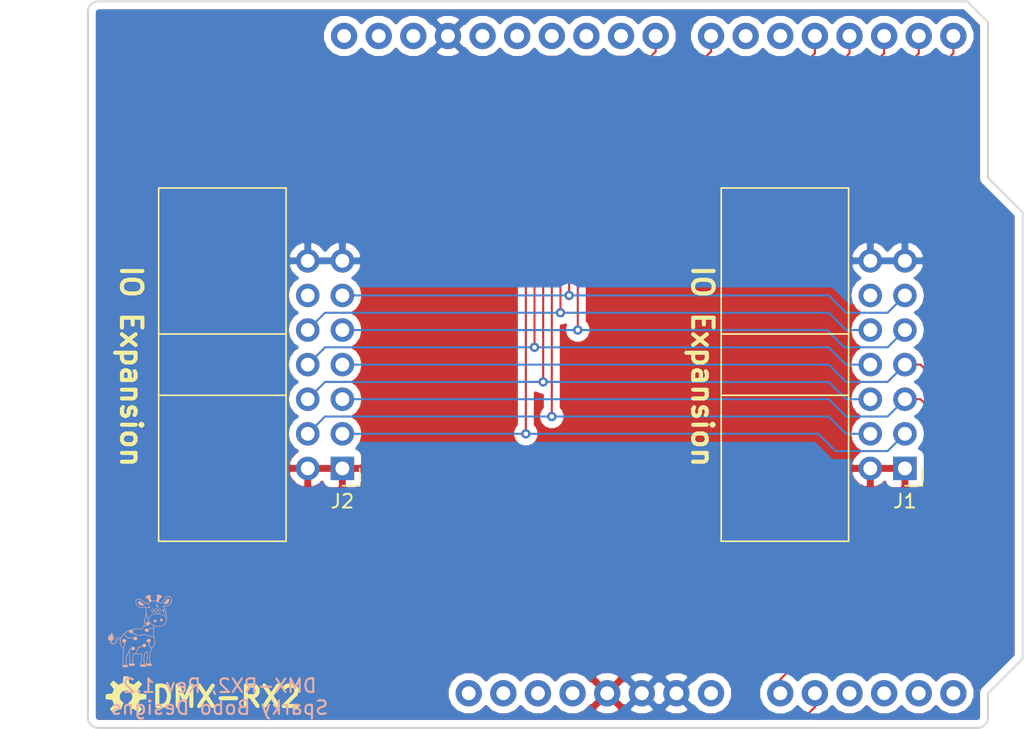
<source format=kicad_pcb>
(kicad_pcb (version 20171130) (host pcbnew "(5.1.12)-1")
  (title_block (title "DMX Demonstrator - Receiver IO Module (DMX-RX2)") (date 2023-10-28) (rev 1.2) (company "Sparky Bobo Designs") (comment 2 "Designed by: SparkyBobo") (comment 3 https://creativecommons.org/licenses/by-sa/4.0/) (comment 4 "Released under the Creative Commons Attribution Share-Alike 4.0 License"))
  (layers (0 F.Cu signal) (31 B.Cu signal) (34 B.Paste user) (35 F.Paste user) (36 B.SilkS user) (37 F.SilkS user) (38 B.Mask user) (39 F.Mask user) (44 Edge.Cuts user))
  (net 0 "")
  (net 1 +5V)
  (net 2 GND)
  (net 3 "Net-(A1-Pad32)")
  (net 4 "Net-(A1-Pad31)")
  (net 5 "Net-(A1-Pad1)")
  (net 6 "Net-(A1-Pad2)")
  (net 7 "Net-(A1-Pad3)")
  (net 8 "Net-(A1-Pad4)")
  (net 9 "Net-(A1-Pad8)")
  (net 10 "Net-(A1-Pad30)")
  (net 11 /~WR)
  (net 12 "Net-(A1-Pad11)")
  (net 13 "Net-(A1-Pad12)")
  (net 14 "Net-(A1-Pad13)")
  (net 15 "Net-(A1-Pad14)")
  (net 16 /DMX-RX)
  (net 17 /DMX-TX)
  (net 18 /DMX-DIR)
  (net 19 /SR-OUT)
  (net 20 /SR-CLK)
  (net 21 "Net-(A1-Pad20)")
  (net 22 "Net-(A1-Pad21)")
  (net 23 /A0)
  (net 24 /A1)
  (net 25 "Net-(A1-Pad24)")
  (net 26 "Net-(A1-Pad25)")
  (net 27 "Net-(A1-Pad26)")
  (net 28 "Net-(A1-Pad27)")
  (net 29 /~SR_CLR)
  (net 30 "Net-(A1-Pad28)")
  (net 31 "Net-(J1-Pad12)")
  (net 32 "Net-(J2-Pad12)")
  (module Connector_IDC:IDC-Header_2x07_P2.54mm_Horizontal (layer F.Cu) (at 176.276 97.536 180)
    (fp_text reference J1 (at 0 -2.413 180) (layer F.SilkS))
    (fp_text value "IO EXTENSION")
    (pad 1 thru_hole rect (at 0 0 180) (size 1.7272 1.7272) (drill 1.016) (layers *.Cu *.Mask) (net 1 +5V))
    (pad 2 thru_hole oval (at 2.54 0 180) (size 1.7272 1.7272) (drill 1.016) (layers *.Cu *.Mask) (net 1 +5V))
    (pad 3 thru_hole oval (at 0 2.54 180) (size 1.7272 1.7272) (drill 1.016) (layers *.Cu *.Mask) (net 11 /~WR))
    (pad 4 thru_hole oval (at 2.54 2.54 180) (size 1.7272 1.7272) (drill 1.016) (layers *.Cu *.Mask) (net 19 /SR-OUT))
    (pad 5 thru_hole oval (at 0 5.08 180) (size 1.7272 1.7272) (drill 1.016) (layers *.Cu *.Mask) (net 24 /A1))
    (pad 6 thru_hole oval (at 2.54 5.08 180) (size 1.7272 1.7272) (drill 1.016) (layers *.Cu *.Mask) (net 20 /SR-CLK))
    (pad 7 thru_hole oval (at 0 7.62 180) (size 1.7272 1.7272) (drill 1.016) (layers *.Cu *.Mask) (net 23 /A0))
    (pad 8 thru_hole oval (at 2.54 7.62 180) (size 1.7272 1.7272) (drill 1.016) (layers *.Cu *.Mask) (net 29 /~SR_CLR))
    (pad 9 thru_hole oval (at 0 10.16 180) (size 1.7272 1.7272) (drill 1.016) (layers *.Cu *.Mask) (net 16 /DMX-RX))
    (pad 10 thru_hole oval (at 2.54 10.16 180) (size 1.7272 1.7272) (drill 1.016) (layers *.Cu *.Mask) (net 18 /DMX-DIR))
    (pad 11 thru_hole oval (at 0 12.7 180) (size 1.7272 1.7272) (drill 1.016) (layers *.Cu *.Mask) (net 17 /DMX-TX))
    (pad 12 thru_hole oval (at 2.54 12.7 180) (size 1.7272 1.7272) (drill 1.016) (layers *.Cu *.Mask) (net 31 "Net-(J1-Pad12)"))
    (pad 13 thru_hole oval (at 0 15.24 180) (size 1.7272 1.7272) (drill 1.016) (layers *.Cu *.Mask) (net 2 GND))
    (pad 14 thru_hole oval (at 2.54 15.24 180) (size 1.7272 1.7272) (drill 1.016) (layers *.Cu *.Mask) (net 2 GND))
  )
  (module Connector_IDC:IDC-Header_2x07_P2.54mm_Horizontal (layer F.Cu) (at 135.001 97.536 180)
    (fp_text reference J2 (at 0 -2.413 180) (layer F.SilkS))
    (fp_text value "IO EXTENSION")
    (pad 14 thru_hole oval (at 2.54 15.24 180) (size 1.7272 1.7272) (drill 1.016) (layers *.Cu *.Mask) (net 2 GND))
    (pad 13 thru_hole oval (at 0 15.24 180) (size 1.7272 1.7272) (drill 1.016) (layers *.Cu *.Mask) (net 2 GND))
    (pad 12 thru_hole oval (at 2.54 12.7 180) (size 1.7272 1.7272) (drill 1.016) (layers *.Cu *.Mask) (net 32 "Net-(J2-Pad12)"))
    (pad 11 thru_hole oval (at 0 12.7 180) (size 1.7272 1.7272) (drill 1.016) (layers *.Cu *.Mask) (net 17 /DMX-TX))
    (pad 10 thru_hole oval (at 2.54 10.16 180) (size 1.7272 1.7272) (drill 1.016) (layers *.Cu *.Mask) (net 18 /DMX-DIR))
    (pad 9 thru_hole oval (at 0 10.16 180) (size 1.7272 1.7272) (drill 1.016) (layers *.Cu *.Mask) (net 16 /DMX-RX))
    (pad 8 thru_hole oval (at 2.54 7.62 180) (size 1.7272 1.7272) (drill 1.016) (layers *.Cu *.Mask) (net 29 /~SR_CLR))
    (pad 7 thru_hole oval (at 0 7.62 180) (size 1.7272 1.7272) (drill 1.016) (layers *.Cu *.Mask) (net 23 /A0))
    (pad 6 thru_hole oval (at 2.54 5.08 180) (size 1.7272 1.7272) (drill 1.016) (layers *.Cu *.Mask) (net 20 /SR-CLK))
    (pad 5 thru_hole oval (at 0 5.08 180) (size 1.7272 1.7272) (drill 1.016) (layers *.Cu *.Mask) (net 24 /A1))
    (pad 4 thru_hole oval (at 2.54 2.54 180) (size 1.7272 1.7272) (drill 1.016) (layers *.Cu *.Mask) (net 19 /SR-OUT))
    (pad 3 thru_hole oval (at 0 2.54 180) (size 1.7272 1.7272) (drill 1.016) (layers *.Cu *.Mask) (net 11 /~WR))
    (pad 2 thru_hole oval (at 2.54 0 180) (size 1.7272 1.7272) (drill 1.016) (layers *.Cu *.Mask) (net 1 +5V))
    (pad 1 thru_hole rect (at 0 0 180) (size 1.7272 1.7272) (drill 1.016) (layers *.Cu *.Mask) (net 1 +5V))
  )
  (module footprints:ARDUINO_R3_NO_HOLES (layer F.Cu) (at 150.622 89.916)
    (fp_text reference A1 hide)
    (fp_text value Arduino_UNO_R3 hide)
    (pad 4 thru_hole circle (at 1.27 24.13) (size 1.9304 1.9304) (drill 1.016) (layers *.Cu *.Mask) (net 8 "Net-(A1-Pad4)"))
    (pad 5 thru_hole circle (at 3.81 24.13) (size 1.9304 1.9304) (drill 1.016) (layers *.Cu *.Mask) (net 1 +5V))
    (pad 9 thru_hole circle (at 16.51 24.13) (size 1.9304 1.9304) (drill 1.016) (layers *.Cu *.Mask) (net 23 /A0))
    (pad 10 thru_hole circle (at 19.05 24.13) (size 1.9304 1.9304) (drill 1.016) (layers *.Cu *.Mask) (net 24 /A1))
    (pad 11 thru_hole circle (at 21.59 24.13) (size 1.9304 1.9304) (drill 1.016) (layers *.Cu *.Mask) (net 12 "Net-(A1-Pad11)"))
    (pad 12 thru_hole circle (at 24.13 24.13) (size 1.9304 1.9304) (drill 1.016) (layers *.Cu *.Mask) (net 13 "Net-(A1-Pad12)"))
    (pad 13 thru_hole circle (at 26.67 24.13) (size 1.9304 1.9304) (drill 1.016) (layers *.Cu *.Mask) (net 14 "Net-(A1-Pad13)"))
    (pad 14 thru_hole circle (at 29.21 24.13) (size 1.9304 1.9304) (drill 1.016) (layers *.Cu *.Mask) (net 15 "Net-(A1-Pad14)"))
    (pad 30 thru_hole circle (at -10.414 -24.13) (size 1.9304 1.9304) (drill 1.016) (layers *.Cu *.Mask) (net 10 "Net-(A1-Pad30)"))
    (pad 15 thru_hole circle (at 29.21 -24.13) (size 1.9304 1.9304) (drill 1.016) (layers *.Cu *.Mask) (net 16 /DMX-RX))
    (pad 16 thru_hole circle (at 26.67 -24.13) (size 1.9304 1.9304) (drill 1.016) (layers *.Cu *.Mask) (net 17 /DMX-TX))
    (pad 17 thru_hole circle (at 24.13 -24.13) (size 1.9304 1.9304) (drill 1.016) (layers *.Cu *.Mask) (net 18 /DMX-DIR))
    (pad 18 thru_hole circle (at 21.59 -24.13) (size 1.9304 1.9304) (drill 1.016) (layers *.Cu *.Mask) (net 19 /SR-OUT))
    (pad 19 thru_hole circle (at 19.05 -24.13) (size 1.9304 1.9304) (drill 1.016) (layers *.Cu *.Mask) (net 20 /SR-CLK))
    (pad 20 thru_hole circle (at 16.51 -24.13) (size 1.9304 1.9304) (drill 1.016) (layers *.Cu *.Mask) (net 21 "Net-(A1-Pad20)"))
    (pad 21 thru_hole circle (at 13.97 -24.13) (size 1.9304 1.9304) (drill 1.016) (layers *.Cu *.Mask) (net 22 "Net-(A1-Pad21)"))
    (pad 22 thru_hole circle (at 11.43 -24.13) (size 1.9304 1.9304) (drill 1.016) (layers *.Cu *.Mask) (net 29 /~SR_CLR))
    (pad 23 thru_hole circle (at 7.366 -24.13) (size 1.9304 1.9304) (drill 1.016) (layers *.Cu *.Mask) (net 11 /~WR))
    (pad 24 thru_hole circle (at 4.826 -24.13) (size 1.9304 1.9304) (drill 1.016) (layers *.Cu *.Mask) (net 25 "Net-(A1-Pad24)"))
    (pad 25 thru_hole circle (at 2.286 -24.13) (size 1.9304 1.9304) (drill 1.016) (layers *.Cu *.Mask) (net 26 "Net-(A1-Pad25)"))
    (pad 26 thru_hole circle (at -0.254 -24.13) (size 1.9304 1.9304) (drill 1.016) (layers *.Cu *.Mask) (net 27 "Net-(A1-Pad26)"))
    (pad 27 thru_hole circle (at -2.794 -24.13) (size 1.9304 1.9304) (drill 1.016) (layers *.Cu *.Mask) (net 28 "Net-(A1-Pad27)"))
    (pad 28 thru_hole circle (at -5.334 -24.13) (size 1.9304 1.9304) (drill 1.016) (layers *.Cu *.Mask) (net 30 "Net-(A1-Pad28)"))
    (pad 6 thru_hole circle (at 6.35 24.13) (size 1.9304 1.9304) (drill 1.016) (layers *.Cu *.Mask) (net 2 GND))
    (pad 7 thru_hole circle (at 8.89 24.13) (size 1.9304 1.9304) (drill 1.016) (layers *.Cu *.Mask) (net 2 GND))
    (pad 29 thru_hole circle (at -7.874 -24.13) (size 1.9304 1.9304) (drill 1.016) (layers *.Cu *.Mask) (net 2 GND))
    (pad 2 thru_hole circle (at -3.81 24.13) (size 1.9304 1.9304) (drill 1.016) (layers *.Cu *.Mask) (net 6 "Net-(A1-Pad2)"))
    (pad 1 thru_hole circle (at -6.35 24.13) (size 1.9304 1.9304) (drill 1.016) (layers *.Cu *.Mask) (net 5 "Net-(A1-Pad1)"))
    (pad 3 thru_hole circle (at -1.27 24.13) (size 1.9304 1.9304) (drill 1.016) (layers *.Cu *.Mask) (net 7 "Net-(A1-Pad3)"))
    (pad 32 thru_hole circle (at -15.494 -24.13) (size 1.9304 1.9304) (drill 1.016) (layers *.Cu *.Mask) (net 3 "Net-(A1-Pad32)"))
    (pad 31 thru_hole circle (at -12.954 -24.13) (size 1.9304 1.9304) (drill 1.016) (layers *.Cu *.Mask) (net 4 "Net-(A1-Pad31)"))
    (pad 8 thru_hole circle (at 11.43 24.13) (size 1.9304 1.9304) (drill 1.016) (layers *.Cu *.Mask) (net 9 "Net-(A1-Pad8)"))
  )
  (module footprints:OSHW-LOGO-S (layer F.Cu) (at 119.126 114.3)
    (fp_text reference "" (at 0 0) (layer F.SilkS) (effects (font (size 1.524 1.524))))
    (fp_text value "" (at 0 0) (layer F.SilkS) (effects (font (size 1.524 1.524))))
  )
  (module footprints:logo_cr_5x5 (layer B.Cu) (at 120.142 109.474 180)
    (fp_text reference G*** hide)
    (fp_text value LOGO hide)
  )
  (gr_text "IO Expansion" (at 161.417 90.043 270) (layer F.SilkS) (effects (font (size 1.5 1.5) (thickness 0.3))))
  (gr_text "IO Expansion" (at 119.507 90.043 270) (layer F.SilkS) (effects (font (size 1.5 1.5) (thickness 0.3))))
  (gr_arc (start 181.61 115.824) (end 181.61 116.586) (angle -90) (layer Edge.Cuts) (width 0.15))
  (gr_arc (start 117.094 115.824) (end 116.332 115.824) (angle -90) (layer Edge.Cuts) (width 0.15))
  (gr_arc (start 117.094 64.008) (end 117.094 63.246) (angle -90) (layer Edge.Cuts) (width 0.15))
  (gr_line (start 116.332 115.824) (end 116.332 64.008) (layer Edge.Cuts) (width 0.15))
  (gr_line (start 181.61 116.586) (end 117.094 116.586) (layer Edge.Cuts) (width 0.15))
  (gr_line (start 182.372 114.046) (end 182.372 115.824) (layer Edge.Cuts) (width 0.15))
  (gr_line (start 184.912 111.506) (end 182.372 114.046) (layer Edge.Cuts) (width 0.15))
  (gr_line (start 184.912 78.74) (end 184.912 111.506) (layer Edge.Cuts) (width 0.15))
  (gr_line (start 182.372 76.2) (end 184.912 78.74) (layer Edge.Cuts) (width 0.15))
  (gr_line (start 182.372 64.77) (end 182.372 76.2) (layer Edge.Cuts) (width 0.15))
  (gr_line (start 180.848 63.246) (end 182.372 64.77) (layer Edge.Cuts) (width 0.15))
  (gr_line (start 117.094 63.246) (end 180.848 63.246) (layer Edge.Cuts) (width 0.15))
  (gr_text "DMX-RX2, Rev 1.2\nSparky Bobo Designs" (at 125.984 114.3) (layer B.SilkS) (effects (font (size 1 1)) (justify mirror)))
  (gr_text DMX-RX2 (at 126.492 114.3) (layer F.SilkS) (effects (font (size 1.5 1.5) (thickness 0.3))))
  (segment (start 154.432 114.046) (end 153.997154 114.046) (width 0.3048) (layer F.Cu) (net 1))
  (segment (start 169.926 94.996) (end 148.463 94.996) (width 0.1524) (layer B.Cu) (net 11))
  (segment (start 171.196 96.266) (end 169.926 94.996) (width 0.1524) (layer B.Cu) (net 11))
  (segment (start 176.276 94.996) (end 175.006 96.266) (width 0.1524) (layer B.Cu) (net 11))
  (segment (start 175.006 96.266) (end 171.196 96.266) (width 0.1524) (layer B.Cu) (net 11))
  (segment (start 148.463 68.58) (end 148.463 94.996) (width 0.1524) (layer F.Cu) (net 11))
  (segment (start 149.733 67.31) (end 148.463 68.58) (width 0.1524) (layer F.Cu) (net 11))
  (segment (start 157.607 67.31) (end 149.733 67.31) (width 0.1524) (layer F.Cu) (net 11))
  (segment (start 157.988 65.786) (end 157.988 66.929) (width 0.1524) (layer F.Cu) (net 11))
  (segment (start 157.988 66.929) (end 157.607 67.31) (width 0.1524) (layer F.Cu) (net 11))
  (segment (start 148.463 94.996) (end 135.001 94.996) (width 0.1524) (layer B.Cu) (net 11))
  (via (at 148.463 94.996) (size 0.6858) (drill 0.3302) (layers F.Cu B.Cu) (net 11))
  (via (at 152.273 87.376) (size 0.6858) (drill 0.3302) (layers F.Cu B.Cu) (net 16))
  (segment (start 152.273 87.376) (end 152.273 70.231) (width 0.1524) (layer F.Cu) (net 16))
  (segment (start 152.273 70.231) (end 152.908 69.596) (width 0.1524) (layer F.Cu) (net 16))
  (segment (start 152.908 69.596) (end 177.292 69.596) (width 0.1524) (layer F.Cu) (net 16))
  (segment (start 177.292 69.596) (end 179.832 67.056) (width 0.1524) (layer F.Cu) (net 16))
  (segment (start 179.832 67.056) (end 179.832 65.786) (width 0.1524) (layer F.Cu) (net 16))
  (segment (start 147.828 87.376) (end 135.001 87.376) (width 0.1524) (layer B.Cu) (net 16))
  (segment (start 152.273 87.376) (end 147.828 87.376) (width 0.1524) (layer B.Cu) (net 16))
  (segment (start 175.006 88.646) (end 176.276 87.376) (width 0.1524) (layer B.Cu) (net 16))
  (segment (start 171.831 88.646) (end 175.006 88.646) (width 0.1524) (layer B.Cu) (net 16))
  (segment (start 152.273 87.376) (end 170.561 87.376) (width 0.1524) (layer B.Cu) (net 16))
  (segment (start 170.561 87.376) (end 171.831 88.646) (width 0.1524) (layer B.Cu) (net 16))
  (segment (start 135.001 84.836) (end 151.638 84.836) (width 0.1524) (layer B.Cu) (net 17))
  (via (at 151.638 84.836) (size 0.6858) (drill 0.3302) (layers F.Cu B.Cu) (net 17))
  (segment (start 175.006 86.106) (end 176.276 84.836) (width 0.1524) (layer B.Cu) (net 17))
  (segment (start 171.958 86.106) (end 175.006 86.106) (width 0.1524) (layer B.Cu) (net 17))
  (segment (start 151.638 84.836) (end 170.688 84.836) (width 0.1524) (layer B.Cu) (net 17))
  (segment (start 170.688 84.836) (end 171.958 86.106) (width 0.1524) (layer B.Cu) (net 17))
  (segment (start 151.638 69.85) (end 151.638 84.836) (width 0.1524) (layer F.Cu) (net 17))
  (segment (start 152.273 69.215) (end 151.638 69.85) (width 0.1524) (layer F.Cu) (net 17))
  (segment (start 175.133 69.215) (end 152.273 69.215) (width 0.1524) (layer F.Cu) (net 17))
  (segment (start 177.292 65.786) (end 177.292 67.056) (width 0.1524) (layer F.Cu) (net 17))
  (segment (start 177.292 67.056) (end 175.133 69.215) (width 0.1524) (layer F.Cu) (net 17))
  (segment (start 133.731 86.106) (end 132.461 87.376) (width 0.1524) (layer B.Cu) (net 18))
  (segment (start 151.003 86.106) (end 133.731 86.106) (width 0.1524) (layer B.Cu) (net 18))
  (segment (start 174.752 67.056) (end 174.752 65.786) (width 0.1524) (layer F.Cu) (net 18))
  (segment (start 151.003 86.106) (end 151.003 69.596) (width 0.1524) (layer F.Cu) (net 18))
  (segment (start 151.003 69.596) (end 151.765 68.834) (width 0.1524) (layer F.Cu) (net 18))
  (segment (start 151.765 68.834) (end 172.974 68.834) (width 0.1524) (layer F.Cu) (net 18))
  (segment (start 172.974 68.834) (end 174.752 67.056) (width 0.1524) (layer F.Cu) (net 18))
  (via (at 151.003 86.106) (size 0.6858) (drill 0.3302) (layers F.Cu B.Cu) (net 18))
  (segment (start 171.958 87.376) (end 173.736 87.376) (width 0.1524) (layer B.Cu) (net 18))
  (segment (start 151.003 86.106) (end 170.688 86.106) (width 0.1524) (layer B.Cu) (net 18))
  (segment (start 170.688 86.106) (end 171.958 87.376) (width 0.1524) (layer B.Cu) (net 18))
  (segment (start 132.461 94.996) (end 133.731 93.726) (width 0.1524) (layer B.Cu) (net 19))
  (segment (start 133.731 93.726) (end 150.368 93.726) (width 0.1524) (layer B.Cu) (net 19))
  (via (at 150.368 93.726) (size 0.6858) (drill 0.3302) (layers F.Cu B.Cu) (net 19))
  (segment (start 151.257 68.453) (end 150.368 69.342) (width 0.1524) (layer F.Cu) (net 19))
  (segment (start 170.815 68.453) (end 151.257 68.453) (width 0.1524) (layer F.Cu) (net 19))
  (segment (start 172.212 65.786) (end 172.212 67.056) (width 0.1524) (layer F.Cu) (net 19))
  (segment (start 172.212 67.056) (end 170.815 68.453) (width 0.1524) (layer F.Cu) (net 19))
  (segment (start 150.368 84.201) (end 150.368 93.726) (width 0.1524) (layer F.Cu) (net 19))
  (segment (start 150.368 69.342) (end 150.368 84.201) (width 0.1524) (layer F.Cu) (net 19))
  (segment (start 170.688 93.726) (end 150.368 93.726) (width 0.1524) (layer B.Cu) (net 19))
  (segment (start 173.736 94.996) (end 171.958 94.996) (width 0.1524) (layer B.Cu) (net 19))
  (segment (start 171.958 94.996) (end 170.688 93.726) (width 0.1524) (layer B.Cu) (net 19))
  (segment (start 132.461 92.456) (end 133.731 91.186) (width 0.1524) (layer B.Cu) (net 20))
  (segment (start 133.731 91.186) (end 149.733 91.186) (width 0.1524) (layer B.Cu) (net 20))
  (via (at 149.733 91.186) (size 0.6858) (drill 0.3302) (layers F.Cu B.Cu) (net 20))
  (segment (start 149.733 69.215) (end 149.733 91.186) (width 0.1524) (layer F.Cu) (net 20))
  (segment (start 150.876 68.072) (end 149.733 69.215) (width 0.1524) (layer F.Cu) (net 20))
  (segment (start 168.656 68.072) (end 150.876 68.072) (width 0.1524) (layer F.Cu) (net 20))
  (segment (start 169.672 65.786) (end 169.672 67.056) (width 0.1524) (layer F.Cu) (net 20))
  (segment (start 169.672 67.056) (end 168.656 68.072) (width 0.1524) (layer F.Cu) (net 20))
  (segment (start 171.958 92.456) (end 173.736 92.456) (width 0.1524) (layer B.Cu) (net 20))
  (segment (start 149.733 91.186) (end 170.688 91.186) (width 0.1524) (layer B.Cu) (net 20))
  (segment (start 170.688 91.186) (end 171.958 92.456) (width 0.1524) (layer B.Cu) (net 20))
  (segment (start 175.006 91.186) (end 176.276 89.916) (width 0.1524) (layer B.Cu) (net 23))
  (segment (start 171.958 91.186) (end 175.006 91.186) (width 0.1524) (layer B.Cu) (net 23))
  (segment (start 135.001 89.916) (end 170.688 89.916) (width 0.1524) (layer B.Cu) (net 23))
  (segment (start 170.688 89.916) (end 171.958 91.186) (width 0.1524) (layer B.Cu) (net 23))
  (segment (start 167.132 113.03) (end 167.132 114.046) (width 0.1524) (layer F.Cu) (net 23))
  (segment (start 177.419 89.916) (end 178.562 91.059) (width 0.1524) (layer F.Cu) (net 23))
  (segment (start 176.276 89.916) (end 177.419 89.916) (width 0.1524) (layer F.Cu) (net 23))
  (segment (start 178.562 91.059) (end 178.562 111.506) (width 0.1524) (layer F.Cu) (net 23))
  (segment (start 178.562 111.506) (end 177.673 112.395) (width 0.1524) (layer F.Cu) (net 23))
  (segment (start 177.673 112.395) (end 167.767 112.395) (width 0.1524) (layer F.Cu) (net 23))
  (segment (start 167.767 112.395) (end 167.132 113.03) (width 0.1524) (layer F.Cu) (net 23))
  (segment (start 135.001 92.456) (end 149.098 92.456) (width 0.1524) (layer B.Cu) (net 24))
  (segment (start 175.006 93.726) (end 176.276 92.456) (width 0.1524) (layer B.Cu) (net 24))
  (segment (start 171.958 93.726) (end 175.006 93.726) (width 0.1524) (layer B.Cu) (net 24))
  (segment (start 149.098 92.456) (end 170.688 92.456) (width 0.1524) (layer B.Cu) (net 24))
  (segment (start 170.688 92.456) (end 171.958 93.726) (width 0.1524) (layer B.Cu) (net 24))
  (segment (start 177.419 92.456) (end 176.276 92.456) (width 0.1524) (layer F.Cu) (net 24))
  (segment (start 178.181 93.218) (end 177.419 92.456) (width 0.1524) (layer F.Cu) (net 24))
  (segment (start 178.181 111.379) (end 178.181 93.218) (width 0.1524) (layer F.Cu) (net 24))
  (segment (start 177.546 112.014) (end 178.181 111.379) (width 0.1524) (layer F.Cu) (net 24))
  (segment (start 166.6875 112.014) (end 177.546 112.014) (width 0.1524) (layer F.Cu) (net 24))
  (segment (start 169.672 115.062) (end 169.1005 115.6335) (width 0.1524) (layer F.Cu) (net 24))
  (segment (start 169.672 114.046) (end 169.672 115.062) (width 0.1524) (layer F.Cu) (net 24))
  (segment (start 169.1005 115.6335) (end 166.4335 115.6335) (width 0.1524) (layer F.Cu) (net 24))
  (segment (start 166.4335 115.6335) (end 165.5445 114.7445) (width 0.1524) (layer F.Cu) (net 24))
  (segment (start 165.5445 114.7445) (end 165.5445 113.157) (width 0.1524) (layer F.Cu) (net 24))
  (segment (start 165.5445 113.157) (end 166.6875 112.014) (width 0.1524) (layer F.Cu) (net 24))
  (segment (start 149.098 68.834) (end 149.098 88.646) (width 0.1524) (layer F.Cu) (net 29))
  (segment (start 150.241 67.691) (end 149.098 68.834) (width 0.1524) (layer F.Cu) (net 29))
  (segment (start 161.29 67.691) (end 150.241 67.691) (width 0.1524) (layer F.Cu) (net 29))
  (segment (start 162.052 65.786) (end 162.052 66.929) (width 0.1524) (layer F.Cu) (net 29))
  (segment (start 162.052 66.929) (end 161.29 67.691) (width 0.1524) (layer F.Cu) (net 29))
  (segment (start 132.461 89.916) (end 133.731 88.646) (width 0.1524) (layer B.Cu) (net 29))
  (segment (start 133.731 88.646) (end 145.288 88.646) (width 0.1524) (layer B.Cu) (net 29))
  (segment (start 145.288 88.646) (end 147.828 88.646) (width 0.1524) (layer B.Cu) (net 29))
  (segment (start 171.958 89.916) (end 173.736 89.916) (width 0.1524) (layer B.Cu) (net 29))
  (segment (start 147.828 88.646) (end 170.688 88.646) (width 0.1524) (layer B.Cu) (net 29))
  (segment (start 170.688 88.646) (end 171.958 89.916) (width 0.1524) (layer B.Cu) (net 29))
  (via (at 149.098 88.646) (size 0.6858) (drill 0.3302) (layers F.Cu B.Cu) (net 29))
  (segment (start 145.6944 66.1924) (end 145.288 65.786) (width 0.1524) (layer F.Cu) (net 30))
  (zone (net 1) (net_name +5V) (layer F.Cu) (connect_pads (clearance 0.508)) (min_thickness 0.254) (fill yes (arc_segments 16) (thermal_gap 0.508) (thermal_bridge_width 0.508))
    (polygon (pts (xy 116.586 63.754) (xy 116.84 63.5) (xy 180.848 63.5) (xy 182.118 64.77) (xy 182.118 76.454) (xy 184.658 78.994) (xy 184.658 111.252) (xy 182.118 113.792) (xy 182.118 116.078) (xy 181.864 116.332) (xy 116.84 116.332) (xy 116.586 116.078)))
  )
  (zone (net 2) (net_name GND) (layer B.Cu) (connect_pads (clearance 0.508)) (min_thickness 0.254) (fill yes (arc_segments 16) (thermal_gap 0.508) (thermal_bridge_width 0.508))
    (polygon (pts (xy 116.586 63.754) (xy 116.84 63.5) (xy 180.848 63.5) (xy 182.118 64.77) (xy 182.118 76.454) (xy 184.658 78.994) (xy 184.658 111.252) (xy 182.118 113.792) (xy 182.118 116.078) (xy 181.864 116.332) (xy 116.84 116.332) (xy 116.586 116.078)))
  )
)
</source>
